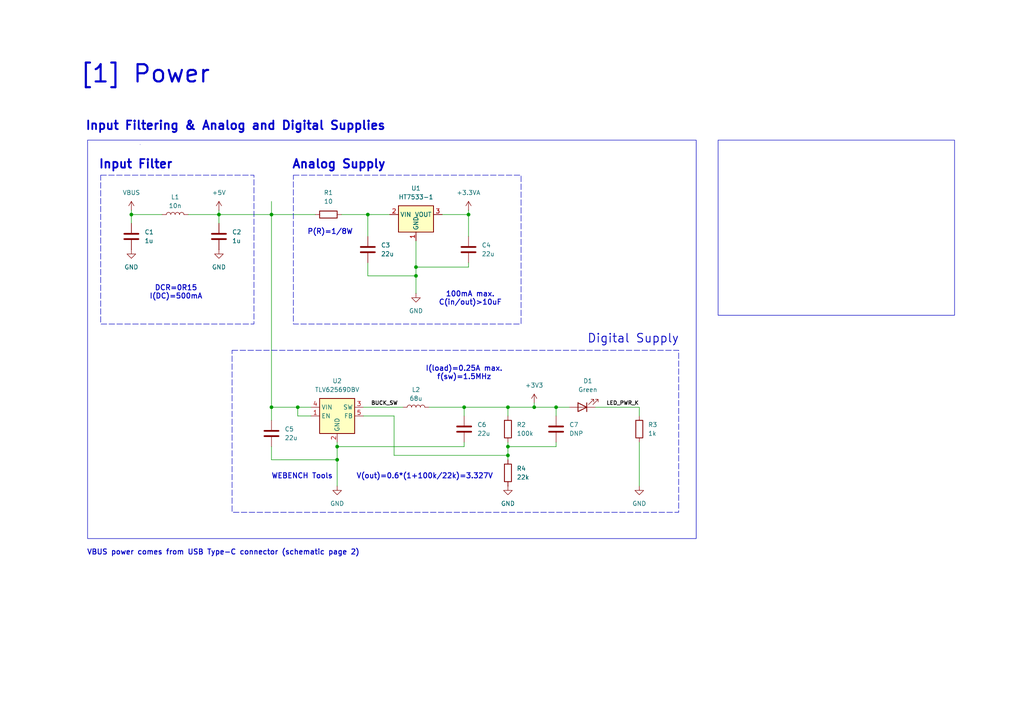
<source format=kicad_sch>
(kicad_sch (version 20231120) (generator "eeschema") (generator_version "8.0")
  (paper "A4")
  (title_block (title "Power Circuit") (date "2025-02-11") (rev "0.1") (company "Le Quoc Dung"))
  (lib_symbols
    (symbol "Device:C" (pin_numbers hide) (pin_names (offset 0.254))
      (property "Reference" "C" (at 0.635 2.54 0))
      (property "Value" "C" (at 0.635 -2.54 0))
      (symbol "C_0_1"
        (polyline (pts (xy -2.032 -0.762) (xy 2.032 -0.762)) (stroke (width 0.508)))
        (polyline (pts (xy -2.032 0.762) (xy 2.032 0.762)) (stroke (width 0.508)))
      )
      (symbol "C_1_1"
        (pin passive line (at 0 3.81 270) (length 2.794) (name "~") (number "1"))
        (pin passive line (at 0 -3.81 90) (length 2.794) (name "~") (number "2"))
      )
    )
    (symbol "Device:L" (pin_numbers hide) (pin_names (offset 1.016) hide)
      (property "Reference" "L" (at -1.27 0 90))
      (property "Value" "L" (at 1.905 0 90))
      (symbol "L_0_1"
        (arc (start 0 -2.54) (mid 0.6323 -1.905) (end 0 -1.27))
        (arc (start 0 -1.27) (mid 0.6323 -0.635) (end 0 0))
        (arc (start 0 0) (mid 0.6323 0.635) (end 0 1.27))
        (arc (start 0 1.27) (mid 0.6323 1.905) (end 0 2.54))
      )
      (symbol "L_1_1"
        (pin passive line (at 0 3.81 270) (length 1.27) (name "1") (number "1"))
        (pin passive line (at 0 -3.81 90) (length 1.27) (name "2") (number "2"))
      )
    )
    (symbol "Device:LED" (pin_numbers hide) (pin_names (offset 1.016) hide)
      (property "Reference" "D" (at 0 2.54 0))
      (property "Value" "LED" (at 0 -2.54 0))
      (symbol "LED_0_1"
        (polyline (pts (xy -1.27 -1.27) (xy -1.27 1.27)) (stroke (width 0.254)))
        (polyline (pts (xy -1.27 0) (xy 1.27 0)))
        (polyline (pts (xy 1.27 -1.27) (xy 1.27 1.27) (xy -1.27 0) (xy 1.27 -1.27)) (stroke (width 0.254)))
        (polyline (pts (xy -3.048 -0.762) (xy -4.572 -2.286) (xy -3.81 -2.286) (xy -4.572 -2.286) (xy -4.572 -1.524)))
        (polyline (pts (xy -1.778 -0.762) (xy -3.302 -2.286) (xy -2.54 -2.286) (xy -3.302 -2.286) (xy -3.302 -1.524)))
      )
      (symbol "LED_1_1"
        (pin passive line (at -3.81 0 0) (length 2.54) (name "K") (number "1"))
        (pin passive line (at 3.81 0 180) (length 2.54) (name "A") (number "2"))
      )
    )
    (symbol "Device:R" (pin_numbers hide) (pin_names (offset 0))
      (property "Reference" "R" (at 2.032 0 90))
      (property "Value" "R" (at 0 0 90))
      (symbol "R_0_1"
        (rectangle (start -1.016 -2.54) (end 1.016 2.54) (stroke (width 0.254)))
      )
      (symbol "R_1_1"
        (pin passive line (at 0 3.81 270) (length 1.27) (name "~") (number "1"))
        (pin passive line (at 0 -3.81 90) (length 1.27) (name "~") (number "2"))
      )
    )
    (symbol "Regulator_Linear:HT75xx-1-SOT89"
      (property "Reference" "U" (at -5.08 -3.81 0))
      (property "Value" "HT75xx-1-SOT89" (at 0 6.35 0))
      (symbol "HT75xx-1-SOT89_0_1"
        (rectangle (start -5.08 5.08) (end 5.08 -2.54) (stroke (width 0.254)) (fill (type background)))
      )
      (symbol "HT75xx-1-SOT89_1_1"
        (pin power_in line (at 0 -5.08 90) (length 2.54) (name "GND") (number "1"))
        (pin power_in line (at -7.62 2.54 0) (length 2.54) (name "VIN") (number "2"))
        (pin power_out line (at 7.62 2.54 180) (length 2.54) (name "VOUT") (number "3"))
      )
    )
    (symbol "Regulator_Switching:TLV62569DBV"
      (property "Reference" "U" (at -5.08 6.35 0))
      (property "Value" "TLV62569DBV" (at 0 6.35 0))
      (symbol "TLV62569DBV_0_1"
        (rectangle (start -5.08 5.08) (end 5.08 -5.08) (stroke (width 0.254)) (fill (type background)))
      )
      (symbol "TLV62569DBV_1_1"
        (pin input line (at -7.62 0 0) (length 2.54) (name "EN") (number "1"))
        (pin power_in line (at 0 -7.62 90) (length 2.54) (name "GND") (number "2"))
        (pin power_out line (at 7.62 2.54 180) (length 2.54) (name "SW") (number "3"))
        (pin power_in line (at -7.62 2.54 0) (length 2.54) (name "VIN") (number "4"))
        (pin input line (at 7.62 0 180) (length 2.54) (name "FB") (number "5"))
      )
    )
    (symbol "power:+3.3VA" (power) (pin_numbers hide) (pin_names (offset 0) hide)
      (property "Value" "+3.3VA" (at 0 3.556 0))
      (symbol "+3.3VA_0_1"
        (polyline (pts (xy -0.762 1.27) (xy 0 2.54)))
        (polyline (pts (xy 0 0) (xy 0 2.54)))
        (polyline (pts (xy 0 2.54) (xy 0.762 1.27)))
      )
      (symbol "+3.3VA_1_1"
        (pin power_in line (at 0 0 90) (length 0) (name "~") (number "1"))
      )
    )
    (symbol "power:+3V3" (power) (pin_numbers hide) (pin_names (offset 0) hide)
      (property "Value" "+3V3" (at 0 3.556 0))
      (symbol "+3V3_0_1"
        (polyline (pts (xy -0.762 1.27) (xy 0 2.54)))
        (polyline (pts (xy 0 0) (xy 0 2.54)))
        (polyline (pts (xy 0 2.54) (xy 0.762 1.27)))
      )
      (symbol "+3V3_1_1"
        (pin power_in line (at 0 0 90) (length 0) (name "~") (number "1"))
      )
    )
    (symbol "power:GND" (power) (pin_numbers hide) (pin_names (offset 0) hide)
      (property "Value" "GND" (at 0 -3.81 0))
      (symbol "GND_0_1"
        (polyline (pts (xy 0 0) (xy 0 -1.27) (xy 1.27 -1.27) (xy 0 -2.54) (xy -1.27 -1.27) (xy 0 -1.27)))
      )
      (symbol "GND_1_1"
        (pin power_in line (at 0 0 270) (length 0) (name "~") (number "1"))
      )
    )
    (symbol "power:VBUS" (power) (pin_numbers hide) (pin_names (offset 0) hide)
      (property "Value" "VBUS" (at 0 3.556 0))
      (symbol "VBUS_0_1"
        (polyline (pts (xy -0.762 1.27) (xy 0 2.54)))
        (polyline (pts (xy 0 0) (xy 0 2.54)))
        (polyline (pts (xy 0 2.54) (xy 0.762 1.27)))
      )
      (symbol "VBUS_1_1"
        (pin power_in line (at 0 0 90) (length 0) (name "~") (number "1"))
      )
    )
  )
  (junction (at 147.32 118.11))
  (junction (at 147.32 132.08))
  (junction (at 134.62 118.11))
  (junction (at 86.36 118.11))
  (junction (at 106.68 62.23))
  (junction (at 147.32 129.54))
  (junction (at 78.74 62.23))
  (junction (at 97.79 129.54))
  (junction (at 135.89 62.23))
  (junction (at 120.65 80.01))
  (junction (at 78.74 118.11))
  (junction (at 120.65 77.47))
  (junction (at 38.1 62.23))
  (junction (at 161.29 118.11))
  (junction (at 154.94 118.11))
  (junction (at 97.79 133.35))
  (junction (at 63.5 62.23))
  (wire (pts (xy 38.1 60.96) (xy 38.1 62.23)))
  (wire (pts (xy 147.32 129.54) (xy 147.32 132.08)))
  (wire (pts (xy 147.32 118.11) (xy 134.62 118.11)))
  (wire (pts (xy 185.42 120.65) (xy 185.42 118.11)))
  (wire (pts (xy 86.36 120.65) (xy 86.36 118.11)))
  (wire (pts (xy 161.29 128.27) (xy 161.29 129.54)))
  (wire (pts (xy 134.62 118.11) (xy 124.46 118.11)))
  (wire (pts (xy 106.68 80.01) (xy 106.68 76.2)))
  (wire (pts (xy 97.79 133.35) (xy 97.79 140.97)))
  (wire (pts (xy 86.36 118.11) (xy 90.17 118.11)))
  (wire (pts (xy 134.62 129.54) (xy 97.79 129.54)))
  (wire (pts (xy 114.3 120.65) (xy 105.41 120.65)))
  (wire (pts (xy 105.41 118.11) (xy 116.84 118.11)))
  (wire (pts (xy 185.42 128.27) (xy 185.42 140.97)))
  (wire (pts (xy 161.29 129.54) (xy 147.32 129.54)))
  (wire (pts (xy 147.32 132.08) (xy 147.32 133.35)))
  (wire (pts (xy 161.29 118.11) (xy 154.94 118.11)))
  (wire (pts (xy 135.89 60.96) (xy 135.89 62.23)))
  (wire (pts (xy 78.74 129.54) (xy 78.74 133.35)))
  (wire (pts (xy 97.79 129.54) (xy 97.79 128.27)))
  (wire (pts (xy 135.89 62.23) (xy 128.27 62.23)))
  (wire (pts (xy 161.29 118.11) (xy 161.29 120.65)))
  (wire (pts (xy 106.68 62.23) (xy 106.68 68.58)))
  (wire (pts (xy 38.1 62.23) (xy 46.99 62.23)))
  (wire (pts (xy 134.62 129.54) (xy 134.62 128.27)))
  (wire (pts (xy 134.62 120.65) (xy 134.62 118.11)))
  (wire (pts (xy 99.06 62.23) (xy 106.68 62.23)))
  (wire (pts (xy 78.74 118.11) (xy 86.36 118.11)))
  (wire (pts (xy 135.89 77.47) (xy 135.89 76.2)))
  (wire (pts (xy 154.94 116.84) (xy 154.94 118.11)))
  (wire (pts (xy 78.74 62.23) (xy 78.74 118.11)))
  (wire (pts (xy 120.65 69.85) (xy 120.65 77.47)))
  (wire (pts (xy 63.5 60.96) (xy 63.5 62.23)))
  (wire (pts (xy 147.32 128.27) (xy 147.32 129.54)))
  (wire (pts (xy 54.61 62.23) (xy 63.5 62.23)))
  (wire (pts (xy 147.32 132.08) (xy 114.3 132.08)))
  (wire (pts (xy 97.79 129.54) (xy 97.79 133.35)))
  (wire (pts (xy 63.5 62.23) (xy 78.74 62.23)))
  (wire (pts (xy 78.74 121.92) (xy 78.74 118.11)))
  (wire (pts (xy 114.3 132.08) (xy 114.3 120.65)))
  (wire (pts (xy 147.32 118.11) (xy 154.94 118.11)))
  (wire (pts (xy 106.68 80.01) (xy 120.65 80.01)))
  (wire (pts (xy 120.65 77.47) (xy 135.89 77.47)))
  (wire (pts (xy 90.17 120.65) (xy 86.36 120.65)))
  (wire (pts (xy 78.74 62.23) (xy 91.44 62.23)))
  (wire (pts (xy 120.65 77.47) (xy 120.65 80.01)))
  (wire (pts (xy 63.5 62.23) (xy 63.5 64.77)))
  (wire (pts (xy 106.68 62.23) (xy 113.03 62.23)))
  (wire (pts (xy 78.74 133.35) (xy 97.79 133.35)))
  (wire (pts (xy 165.1 118.11) (xy 161.29 118.11)))
  (wire (pts (xy 120.65 80.01) (xy 120.65 85.09)))
  (wire (pts (xy 185.42 118.11) (xy 172.72 118.11)))
  (wire (pts (xy 135.89 62.23) (xy 135.89 68.58)))
  (wire (pts (xy 38.1 62.23) (xy 38.1 64.77)))
  (wire (pts (xy 78.74 58.42) (xy 78.74 62.23)))
  (wire (pts (xy 147.32 120.65) (xy 147.32 118.11)))
  (rectangle (start 40.64 41.91) (end 40.64 41.91))
  (rectangle (start 208.28 40.64) (end 276.86 91.44))
  (rectangle (start 29.21 50.8) (end 73.66 93.98) (stroke (width 0) (type dash)))
  (rectangle (start 67.31 101.6) (end 196.85 148.59) (stroke (width 0) (type dash)))
  (rectangle (start 25.4 40.64) (end 201.93 156.21))
  (rectangle (start 85.09 50.8) (end 151.13 93.98) (stroke (width 0) (type dash)))
  (text "100mA max.\nC(in/out)>10uF" (at 136.398 86.614 0) (effects (font (size 1.5 1.5) (thickness 0.254) (bold yes))))
  (text "LED_PWR_K" (at 180.594 117.094 0) (effects (font (size 1.1 1.1) (thickness 0.2) (bold yes))))
  (text "BUCK_SW" (at 111.506 117.094 0) (effects (font (size 1.1 1.1) (thickness 0.2) (bold yes))))
  (text "DCR=0R15\nI(DC)=500mA" (at 51.054 84.836 0) (effects (font (size 1.5 1.5) (thickness 0.254) (bold yes))))
  (text "VBUS power comes from USB Type-C connector (schematic page 2)" (at 64.77 160.274 0) (effects (font (size 1.5 1.5) (thickness 0.254) (bold yes))))
  (text "Input Filter" (at 39.37 47.752 0) (effects (font (size 2.5 2.5) (thickness 0.5) (bold yes))))
  (text "Input Filtering & Analog and Digital Supplies" (at 68.326 36.576 0) (effects (font (size 2.5 2.5) (thickness 0.5) (bold yes))))
  (text "V(out)=0.6*(1+100k/22k)=3.327V\n" (at 123.19 138.176 0) (effects (font (size 1.5 1.5) (thickness 0.254) (bold yes))))
  (text "Analog Supply" (at 98.298 47.752 0) (effects (font (size 2.5 2.5) (thickness 0.5) (bold yes))))
  (text "I(load)=0.25A max.\nf(sw)=1.5MHz\n" (at 134.62 108.204 0) (effects (font (size 1.5 1.5) (thickness 0.254) (bold yes))))
  (text "[1] Power" (at 42.164 21.59 0) (effects (font (size 5 5) (thickness 0.625))))
  (text "Digital Supply" (at 183.642 98.298 0) (effects (font (size 2.5 2.5) (thickness 0.254) (bold yes))))
  (text "P(R)=1/8W" (at 95.758 67.31 0) (effects (font (size 1.5 1.5) (thickness 0.254) (bold yes))))
  (text "WEBENCH Tools\n" (at 87.63 138.176 0) (effects (font (size 1.5 1.5) (thickness 0.254) (bold yes))))
  (symbol (lib_id "power:GND") (at 97.79 140.97 0) (unit 1)
    (property "Reference" "#PWR07" (effects (hide yes)))
    (property "Value" "GND" (at 97.79 146.05 0))
    (property "Description" "Power symbol creates a global label with name \"GND\" , ground" (effects (hide yes)))
  )
  (symbol (lib_id "Device:C") (at 106.68 72.39 0) (unit 1)
    (property "Reference" "C3" (at 110.49 71.1199 0) (effects (justify left)))
    (property "Value" "22u" (at 110.49 73.6599 0) (effects (justify left)))
    (property "Description" "Unpolarized capacitor" (effects (hide yes)))
  )
  (symbol (lib_id "Device:L") (at 120.65 118.11 90) (unit 1)
    (property "Reference" "L2" (at 120.65 113.03 90))
    (property "Value" "68u" (at 120.65 115.57 90))
    (property "Description" "Inductor" (effects (hide yes)))
  )
  (symbol (lib_id "Device:C") (at 135.89 72.39 0) (unit 1)
    (property "Reference" "C4" (at 139.7 71.1199 0) (effects (justify left)))
    (property "Value" "22u" (at 139.7 73.6599 0) (effects (justify left)))
    (property "Description" "Unpolarized capacitor" (effects (hide yes)))
  )
  (symbol (lib_id "Device:C") (at 161.29 124.46 0) (unit 1)
    (property "Reference" "C7" (at 165.1 123.1899 0) (effects (justify left)))
    (property "Value" "DNP" (at 165.1 125.7299 0) (effects (justify left)))
    (property "Description" "Unpolarized capacitor" (effects (hide yes)))
  )
  (symbol (lib_id "Device:R") (at 95.25 62.23 90) (unit 1)
    (property "Reference" "R1" (at 95.25 55.88 90))
    (property "Value" "10" (at 95.25 58.42 90))
    (property "Description" "Resistor" (effects (hide yes)))
  )
  (symbol (lib_id "Device:LED") (at 168.91 118.11 180) (unit 1)
    (property "Reference" "D1" (at 170.4975 110.49 0))
    (property "Value" "Green" (at 170.4975 113.03 0))
    (property "Description" "Light emitting diode" (effects (hide yes)))
  )
  (symbol (lib_id "power:VBUS") (at 38.1 60.96 0) (unit 1)
    (property "Reference" "#PWR01" (effects (hide yes)))
    (property "Value" "VBUS" (at 38.1 55.88 0))
    (property "Description" "Power symbol creates a global label with name \"VBUS\"" (effects (hide yes)))
  )
  (symbol (lib_id "Regulator_Switching:TLV62569DBV") (at 97.79 120.65 0) (unit 1)
    (property "Reference" "U2" (at 97.79 110.49 0))
    (property "Value" "TLV62569DBV" (at 97.79 113.03 0))
    (property "Footprint" "Package_TO_SOT_SMD:SOT-23-5" (effects (hide yes)))
    (property "Datasheet" "http://www.ti.com/lit/ds/symlink/tlv62569.pdf" (effects (hide yes)))
    (property "Description" "High Efficiency Synchronous Buck Converter, Adjustable Output 0.6V-5.5V, 2A, SOT-23-5" (effects (hide yes)))
  )
  (symbol (lib_id "power:VBUS") (at 63.5 60.96 0) (unit 1)
    (property "Reference" "#PWR02" (effects (hide yes)))
    (property "Value" "+5V" (at 63.5 55.88 0))
    (property "Description" "Power symbol creates a global label with name \"VBUS\"" (effects (hide yes)))
  )
  (symbol (lib_id "Regulator_Linear:HT75xx-1-SOT89") (at 120.65 64.77 0) (unit 1)
    (property "Reference" "U1" (at 120.65 54.61 0))
    (property "Value" "HT7533-1" (at 120.65 57.15 0))
    (property "Footprint" "Package_TO_SOT_SMD:SOT-89-3" (effects (hide yes)))
    (property "Datasheet" "https://www.holtek.com/documents/10179/116711/HT75xx-1v250.pdf" (effects (hide yes)))
    (property "Description" "100mA Low Dropout Voltage Regulator, Fixed Output, SOT89" (effects (hide yes)))
  )
  (symbol (lib_id "power:GND") (at 147.32 140.97 0) (unit 1)
    (property "Reference" "#PWR010" (effects (hide yes)))
    (property "Value" "GND" (at 147.32 146.05 0))
    (property "Description" "Power symbol creates a global label with name \"GND\" , ground" (effects (hide yes)))
  )
  (symbol (lib_id "Device:R") (at 147.32 137.16 0) (unit 1)
    (property "Reference" "R4" (at 149.86 135.8899 0) (effects (justify left)))
    (property "Value" "22k" (at 149.86 138.4299 0) (effects (justify left)))
    (property "Description" "Resistor" (effects (hide yes)))
  )
  (symbol (lib_id "Device:C") (at 38.1 68.58 0) (unit 1)
    (property "Reference" "C1" (at 41.91 67.3099 0) (effects (justify left)))
    (property "Value" "1u" (at 41.91 69.8499 0) (effects (justify left)))
    (property "Description" "Unpolarized capacitor" (effects (hide yes)))
  )
  (symbol (lib_id "Device:R") (at 147.32 124.46 0) (unit 1)
    (property "Reference" "R2" (at 149.86 123.1899 0) (effects (justify left)))
    (property "Value" "100k" (at 149.86 125.7299 0) (effects (justify left)))
    (property "Description" "Resistor" (effects (hide yes)))
  )
  (symbol (lib_id "power:+3V3") (at 154.94 116.84 0) (unit 1)
    (property "Reference" "#PWR08" (effects (hide yes)))
    (property "Value" "+3V3" (at 154.94 111.76 0))
    (property "Description" "Power symbol creates a global label with name \"+3V3\"" (effects (hide yes)))
  )
  (symbol (lib_id "power:+3.3VA") (at 135.89 60.96 0) (unit 1)
    (property "Reference" "#PWR06" (effects (hide yes)))
    (property "Value" "+3.3VA" (at 135.89 55.88 0))
    (property "Description" "Power symbol creates a global label with name \"+3.3VA\"" (effects (hide yes)))
  )
  (symbol (lib_id "Device:L") (at 50.8 62.23 90) (unit 1)
    (property "Reference" "L1" (at 50.8 57.15 90))
    (property "Value" "10n" (at 50.8 59.69 90))
    (property "Description" "Inductor" (effects (hide yes)))
  )
  (symbol (lib_id "Device:C") (at 63.5 68.58 0) (unit 1)
    (property "Reference" "C2" (at 67.31 67.3099 0) (effects (justify left)))
    (property "Value" "1u" (at 67.31 69.8499 0) (effects (justify left)))
    (property "Description" "Unpolarized capacitor" (effects (hide yes)))
  )
  (symbol (lib_id "Device:C") (at 134.62 124.46 0) (unit 1)
    (property "Reference" "C6" (at 138.43 123.1899 0) (effects (justify left)))
    (property "Value" "22u" (at 138.43 125.7299 0) (effects (justify left)))
    (property "Description" "Unpolarized capacitor" (effects (hide yes)))
  )
  (symbol (lib_id "power:GND") (at 38.1 72.39 0) (unit 1)
    (property "Reference" "#PWR03" (effects (hide yes)))
    (property "Value" "GND" (at 38.1 77.47 0))
    (property "Description" "Power symbol creates a global label with name \"GND\" , ground" (effects (hide yes)))
  )
  (symbol (lib_id "power:GND") (at 185.42 140.97 0) (unit 1)
    (property "Reference" "#PWR09" (effects (hide yes)))
    (property "Value" "GND" (at 185.42 146.05 0))
    (property "Description" "Power symbol creates a global label with name \"GND\" , ground" (effects (hide yes)))
  )
  (symbol (lib_id "Device:C") (at 78.74 125.73 180) (unit 1)
    (property "Reference" "C5" (at 82.55 124.4599 0) (effects (justify right)))
    (property "Value" "22u" (at 82.55 126.9999 0) (effects (justify right)))
    (property "Description" "Unpolarized capacitor" (effects (hide yes)))
  )
  (symbol (lib_id "power:GND") (at 120.65 85.09 0) (unit 1)
    (property "Reference" "#PWR05" (effects (hide yes)))
    (property "Value" "GND" (at 120.65 90.17 0))
    (property "Description" "Power symbol creates a global label with name \"GND\" , ground" (effects (hide yes)))
  )
  (symbol (lib_id "power:GND") (at 63.5 72.39 0) (unit 1)
    (property "Reference" "#PWR04" (effects (hide yes)))
    (property "Value" "GND" (at 63.5 77.47 0))
    (property "Description" "Power symbol creates a global label with name \"GND\" , ground" (effects (hide yes)))
  )
  (symbol (lib_id "Device:R") (at 185.42 124.46 0) (unit 1)
    (property "Reference" "R3" (at 187.96 123.1899 0) (effects (justify left)))
    (property "Value" "1k" (at 187.96 125.7299 0) (effects (justify left)))
    (property "Description" "Resistor" (effects (hide yes)))
  )
)
</source>
